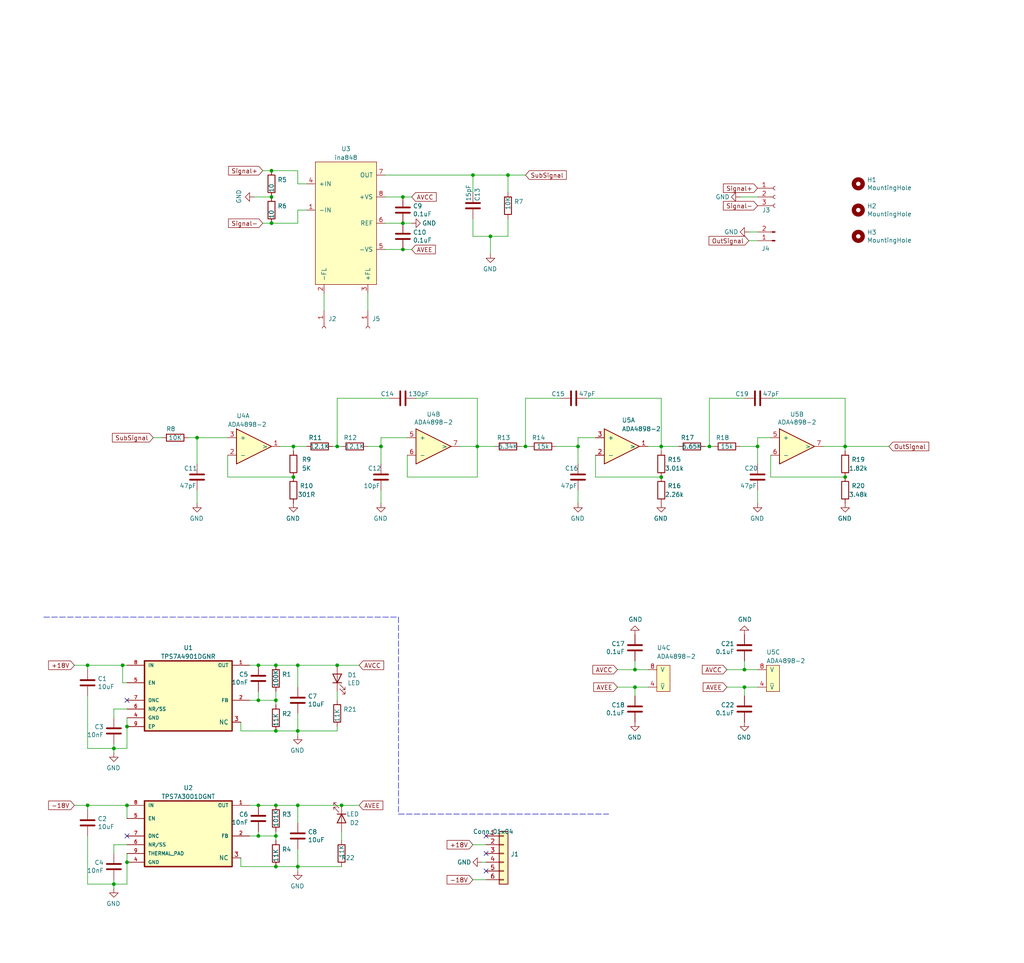
<source format=kicad_sch>
(kicad_sch (version 20211123) (generator eeschema)
  (paper "User" 297.002 279.4)
  (lib_symbols
    (symbol "ADA:ADA4898-2" (pin_names (offset 1.016))
      (property "Reference" "U" (at 0 11.43 0))
      (property "Value" "ADA4898-2" (at 0 11.43 0))
      (symbol "ADA4898-2_1_1"
        (polyline (pts (xy -5.08 5.08) (xy 5.08 0) (xy -5.08 -5.08) (xy -5.08 5.08)) (stroke (width 0.254)) (fill (type background)))
        (pin output line (at 7.62 0 180) (length 2.54) (name ">") (number "1"))
        (pin input line (at -7.62 -2.54 0) (length 2.54) (name "-") (number "2"))
        (pin input line (at -7.62 2.54 0) (length 2.54) (name "+") (number "3"))
      )
      (symbol "ADA4898-2_2_1"
        (polyline (pts (xy -5.08 5.08) (xy 5.08 0) (xy -5.08 -5.08) (xy -5.08 5.08)) (stroke (width 0.254)) (fill (type background)))
        (pin input line (at -7.62 2.54 0) (length 2.54) (name "+") (number "5"))
        (pin input line (at -7.62 -2.54 0) (length 2.54) (name "-") (number "6"))
        (pin output line (at 7.62 0 180) (length 2.54) (name ">") (number "7"))
      )
      (symbol "ADA4898-2_3_1"
        (rectangle (start 0 3.81) (end 3.81 -3.81) (fill (type background)))
        (pin input line (at -2.54 -2.54 0) (length 2.54) (name "~{V}") (number "4"))
        (pin input line (at -2.54 2.54 0) (length 2.54) (name "V") (number "8"))
      )
    )
    (symbol "Connector:Conn_01x01_Female" (pin_names (offset 1.016) hide)
      (property "Reference" "J" (at 0 2.54 0))
      (property "Value" "Conn_01x01_Female" (at 0 -2.54 0))
      (symbol "Conn_01x01_Female_1_1"
        (polyline (pts (xy -1.27 0) (xy -0.508 0)) (stroke (width 0.1524)))
        (arc (start 0 0.508) (mid -0.508 0) (end 0 -0.508) (stroke (width 0.1524)))
        (pin passive line (at -5.08 0 0) (length 3.81) (name "Pin_1") (number "1"))
      )
    )
    (symbol "Connector:Conn_01x02_Male" (pin_names (offset 1.016) hide)
      (property "Reference" "J" (at 0 2.54 0))
      (property "Value" "Conn_01x02_Male" (at 0 -5.08 0))
      (symbol "Conn_01x02_Male_1_1"
        (polyline (pts (xy 1.27 -2.54) (xy 0.8636 -2.54)) (stroke (width 0.1524)))
        (polyline (pts (xy 1.27 0) (xy 0.8636 0)) (stroke (width 0.1524)))
        (rectangle (start 0.8636 -2.413) (end 0 -2.667) (stroke (width 0.1524)) (fill (type outline)))
        (rectangle (start 0.8636 0.127) (end 0 -0.127) (stroke (width 0.1524)) (fill (type outline)))
        (pin passive line (at 5.08 0 180) (length 3.81) (name "Pin_1") (number "1"))
        (pin passive line (at 5.08 -2.54 180) (length 3.81) (name "Pin_2") (number "2"))
      )
    )
    (symbol "Connector:Conn_01x03_Female" (pin_names (offset 1.016) hide)
      (property "Reference" "J" (at 0 5.08 0))
      (property "Value" "Conn_01x03_Female" (at 0 -5.08 0))
      (symbol "Conn_01x03_Female_1_1"
        (arc (start 0 -2.032) (mid -0.508 -2.54) (end 0 -3.048) (stroke (width 0.1524)))
        (polyline (pts (xy -1.27 -2.54) (xy -0.508 -2.54)) (stroke (width 0.1524)))
        (polyline (pts (xy -1.27 0) (xy -0.508 0)) (stroke (width 0.1524)))
        (polyline (pts (xy -1.27 2.54) (xy -0.508 2.54)) (stroke (width 0.1524)))
        (arc (start 0 0.508) (mid -0.508 0) (end 0 -0.508) (stroke (width 0.1524)))
        (arc (start 0 3.048) (mid -0.508 2.54) (end 0 2.032) (stroke (width 0.1524)))
        (pin passive line (at -5.08 2.54 0) (length 3.81) (name "Pin_1") (number "1"))
        (pin passive line (at -5.08 0 0) (length 3.81) (name "Pin_2") (number "2"))
        (pin passive line (at -5.08 -2.54 0) (length 3.81) (name "Pin_3") (number "3"))
      )
    )
    (symbol "Connector_Generic:Conn_01x06" (pin_names (offset 1.016) hide)
      (property "Reference" "J" (at 0 7.62 0))
      (property "Value" "Conn_01x06" (at 0 -10.16 0))
      (symbol "Conn_01x06_1_1"
        (rectangle (start -1.27 -7.493) (end 0 -7.747) (stroke (width 0.1524)))
        (rectangle (start -1.27 -4.953) (end 0 -5.207) (stroke (width 0.1524)))
        (rectangle (start -1.27 -2.413) (end 0 -2.667) (stroke (width 0.1524)))
        (rectangle (start -1.27 0.127) (end 0 -0.127) (stroke (width 0.1524)))
        (rectangle (start -1.27 2.667) (end 0 2.413) (stroke (width 0.1524)))
        (rectangle (start -1.27 5.207) (end 0 4.953) (stroke (width 0.1524)))
        (rectangle (start -1.27 6.35) (end 1.27 -8.89) (stroke (width 0.254)) (fill (type background)))
        (pin passive line (at -5.08 5.08 0) (length 3.81) (name "Pin_1") (number "1"))
        (pin passive line (at -5.08 2.54 0) (length 3.81) (name "Pin_2") (number "2"))
        (pin passive line (at -5.08 0 0) (length 3.81) (name "Pin_3") (number "3"))
        (pin passive line (at -5.08 -2.54 0) (length 3.81) (name "Pin_4") (number "4"))
        (pin passive line (at -5.08 -5.08 0) (length 3.81) (name "Pin_5") (number "5"))
        (pin passive line (at -5.08 -7.62 0) (length 3.81) (name "Pin_6") (number "6"))
      )
    )
    (symbol "Device:C" (pin_numbers hide) (pin_names (offset 0.254))
      (property "Reference" "C" (at 0.635 2.54 0))
      (property "Value" "C" (at 0.635 -2.54 0))
      (symbol "C_0_1"
        (polyline (pts (xy -2.032 -0.762) (xy 2.032 -0.762)) (stroke (width 0.508)))
        (polyline (pts (xy -2.032 0.762) (xy 2.032 0.762)) (stroke (width 0.508)))
      )
      (symbol "C_1_1"
        (pin passive line (at 0 3.81 270) (length 2.794) (name "~") (number "1"))
        (pin passive line (at 0 -3.81 90) (length 2.794) (name "~") (number "2"))
      )
    )
    (symbol "Device:LED" (pin_numbers hide) (pin_names (offset 1.016) hide)
      (property "Reference" "D" (at 0 2.54 0))
      (property "Value" "LED" (at 0 -2.54 0))
      (symbol "LED_0_1"
        (polyline (pts (xy -1.27 -1.27) (xy -1.27 1.27)) (stroke (width 0.254)))
        (polyline (pts (xy -1.27 0) (xy 1.27 0)))
        (polyline (pts (xy 1.27 -1.27) (xy 1.27 1.27) (xy -1.27 0) (xy 1.27 -1.27)) (stroke (width 0.254)))
        (polyline (pts (xy -3.048 -0.762) (xy -4.572 -2.286) (xy -3.81 -2.286) (xy -4.572 -2.286) (xy -4.572 -1.524)))
        (polyline (pts (xy -1.778 -0.762) (xy -3.302 -2.286) (xy -2.54 -2.286) (xy -3.302 -2.286) (xy -3.302 -1.524)))
      )
      (symbol "LED_1_1"
        (pin passive line (at -3.81 0 0) (length 2.54) (name "K") (number "1"))
        (pin passive line (at 3.81 0 180) (length 2.54) (name "A") (number "2"))
      )
    )
    (symbol "Device:R" (pin_numbers hide) (pin_names (offset 0))
      (property "Reference" "R" (at 2.032 0 90))
      (property "Value" "R" (at 0 0 90))
      (symbol "R_0_1"
        (rectangle (start -1.016 -2.54) (end 1.016 2.54) (stroke (width 0.254)))
      )
      (symbol "R_1_1"
        (pin passive line (at 0 3.81 270) (length 1.27) (name "~") (number "1"))
        (pin passive line (at 0 -3.81 90) (length 1.27) (name "~") (number "2"))
      )
    )
    (symbol "INA:ina848" (pin_names (offset 1.016))
      (property "Reference" "U" (at 0 19.05 0))
      (property "Value" "ina848" (at 0 19.05 0))
      (symbol "ina848_0_1"
        (rectangle (start -8.89 17.78) (end 8.89 -17.78) (fill (type background)))
      )
      (symbol "ina848_1_1"
        (pin input line (at -11.43 3.81 0) (length 2.54) (name "-IN") (number "1"))
        (pin input line (at -6.35 -20.32 90) (length 2.54) (name "-FL") (number "2"))
        (pin input line (at 6.35 -20.32 90) (length 2.54) (name "+FL") (number "3"))
        (pin input line (at -11.43 11.43 0) (length 2.54) (name "+IN") (number "4"))
        (pin input line (at 11.43 -7.62 180) (length 2.54) (name "-VS") (number "5"))
        (pin input line (at 11.43 0 180) (length 2.54) (name "REF") (number "6"))
        (pin input line (at 11.43 13.97 180) (length 2.54) (name "OUT") (number "7"))
        (pin input line (at 11.43 7.62 180) (length 2.54) (name "+VS") (number "8"))
      )
    )
    (symbol "Mechanical:MountingHole" (pin_names (offset 1.016))
      (property "Reference" "H" (at 0 5.08 0))
      (property "Value" "MountingHole" (at 0 3.175 0))
      (symbol "MountingHole_0_1"
        (circle (center 0 0) (radius 1.27) (stroke (width 1.27)))
      )
    )
    (symbol "TPS7A3001DGNT:TPS7A3001DGNT" (pin_names (offset 1.016))
      (property "Reference" "U" (at -12.7 11.1506 0))
      (property "Value" "TPS7A3001DGNT" (at -12.7 -16.6878 0))
      (symbol "TPS7A3001DGNT_0_0"
        (rectangle (start -12.7 -8.89) (end 12.7 10.16) (stroke (width 0.4064)) (fill (type background)))
        (pin output line (at 17.78 8.89 180) (length 5.08) (name "OUT") (number "1"))
        (pin input line (at 17.78 0 180) (length 5.08) (name "FB") (number "2"))
        (pin power_in line (at -17.78 -7.62 0) (length 5.08) (name "GND") (number "4"))
        (pin input line (at -17.78 5.08 0) (length 5.08) (name "EN") (number "5"))
        (pin output line (at -17.78 -2.54 0) (length 5.08) (name "NR/SS") (number "6"))
        (pin bidirectional line (at -17.78 0 0) (length 5.08) (name "DNC") (number "7"))
        (pin input line (at -17.78 8.89 0) (length 5.08) (name "IN") (number "8"))
        (pin bidirectional line (at -17.78 -5.08 0) (length 5.08) (name "THERMAL_PAD") (number "9"))
      )
      (symbol "TPS7A3001DGNT_1_1"
        (pin input line (at 15.24 -6.35 180) (length 2.54) (name "NC") (number "3"))
      )
    )
    (symbol "TPS7A4901DGNR:TPS7A4901DGNR" (pin_names (offset 1.016))
      (property "Reference" "U" (at -12.7 12.4206 0))
      (property "Value" "TPS7A4901DGNR" (at -8.89 12.7 0))
      (symbol "TPS7A4901DGNR_0_0"
        (rectangle (start -12.7 -8.89) (end 12.7 11.43) (stroke (width 0.4064)) (fill (type background)))
        (pin output line (at 17.78 10.16 180) (length 5.08) (name "OUT") (number "1"))
        (pin input line (at 17.78 0 180) (length 5.08) (name "FB") (number "2"))
        (pin power_in line (at -17.78 -5.08 0) (length 5.08) (name "GND") (number "4"))
        (pin input line (at -17.78 5.08 0) (length 5.08) (name "EN") (number "5"))
        (pin input line (at -17.78 -2.54 0) (length 5.08) (name "NR/SS") (number "6"))
        (pin bidirectional line (at -17.78 0 0) (length 5.08) (name "DNC") (number "7"))
        (pin input line (at -17.78 10.16 0) (length 5.08) (name "IN") (number "8"))
        (pin bidirectional line (at -17.78 -7.62 0) (length 5.08) (name "EP") (number "9"))
      )
      (symbol "TPS7A4901DGNR_1_1"
        (pin input line (at 15.24 -6.35 180) (length 2.54) (name "NC") (number "3"))
      )
    )
    (symbol "power:GND" (power) (pin_names (offset 0))
      (property "Value" "GND" (at 0 -3.81 0))
      (symbol "GND_0_1"
        (polyline (pts (xy 0 0) (xy 0 -1.27) (xy 1.27 -1.27) (xy 0 -2.54) (xy -1.27 -1.27) (xy 0 -1.27)))
      )
      (symbol "GND_1_1"
        (pin power_in line (at 0 0 270) (length 0) hide (name "GND") (number "1"))
      )
    )
  )
  (junction (at 137.16 50.8))
  (junction (at 215.9 194.31))
  (junction (at 99.06 233.68))
  (junction (at 80.01 203.2))
  (junction (at 74.93 193.04))
  (junction (at 74.93 242.57))
  (junction (at 245.11 129.54))
  (junction (at 116.84 72.39))
  (junction (at 33.02 217.17))
  (junction (at 86.36 233.68))
  (junction (at 191.77 129.54))
  (junction (at 85.09 129.54))
  (junction (at 245.11 138.43))
  (junction (at 78.74 49.53))
  (junction (at 74.93 203.2))
  (junction (at 110.49 129.54))
  (junction (at 97.79 129.54))
  (junction (at 184.15 199.39))
  (junction (at 167.64 129.54))
  (junction (at 80.01 251.46))
  (junction (at 86.36 212.09))
  (junction (at 36.83 210.82))
  (junction (at 219.71 129.54))
  (junction (at 35.56 193.04))
  (junction (at 57.15 127))
  (junction (at 86.36 251.46))
  (junction (at 36.83 233.68))
  (junction (at 97.79 193.04))
  (junction (at 80.01 212.09))
  (junction (at 86.36 193.04))
  (junction (at 191.77 138.43))
  (junction (at 36.83 250.19))
  (junction (at 80.01 193.04))
  (junction (at 78.74 64.77))
  (junction (at 142.24 68.58))
  (junction (at 25.4 233.68))
  (junction (at 152.4 129.54))
  (junction (at 25.4 193.04))
  (junction (at 85.09 138.43))
  (junction (at 184.15 194.31))
  (junction (at 205.74 129.54))
  (junction (at 78.74 57.15))
  (junction (at 80.01 242.57))
  (junction (at 147.32 50.8))
  (junction (at 74.93 233.68))
  (junction (at 215.9 199.39))
  (junction (at 116.84 57.15))
  (junction (at 80.01 233.68))
  (junction (at 33.02 256.54))
  (junction (at 138.43 129.54))
  (junction (at 116.84 64.77))
  (no_connect (at 36.83 242.57))
  (no_connect (at 140.97 252.73))
  (no_connect (at 36.83 203.2))
  (no_connect (at 140.97 242.57))
  (no_connect (at 140.97 247.65))
  (wire (pts (xy 86.36 246.38) (xy 86.36 251.46)))
  (wire (pts (xy 110.49 127) (xy 118.11 127)))
  (wire (pts (xy 33.02 217.17) (xy 33.02 218.44)))
  (wire (pts (xy 72.39 193.04) (xy 74.93 193.04)))
  (wire (pts (xy 111.76 72.39) (xy 116.84 72.39)))
  (wire (pts (xy 57.15 142.24) (xy 57.15 146.05)))
  (wire (pts (xy 69.85 248.92) (xy 69.85 251.46)))
  (wire (pts (xy 187.96 194.31) (xy 184.15 194.31)))
  (wire (pts (xy 99.06 243.84) (xy 99.06 241.3)))
  (wire (pts (xy 80.01 241.3) (xy 80.01 242.57)))
  (wire (pts (xy 36.83 233.68) (xy 36.83 237.49)))
  (wire (pts (xy 85.09 129.54) (xy 85.09 130.81)))
  (wire (pts (xy 219.71 69.85) (xy 217.17 69.85)))
  (wire (pts (xy 191.77 129.54) (xy 187.96 129.54)))
  (wire (pts (xy 74.93 233.68) (xy 80.01 233.68)))
  (wire (pts (xy 57.15 127) (xy 66.04 127)))
  (wire (pts (xy 142.24 68.58) (xy 142.24 73.66)))
  (wire (pts (xy 69.85 209.55) (xy 69.85 212.09)))
  (wire (pts (xy 147.32 50.8) (xy 152.4 50.8)))
  (wire (pts (xy 86.36 251.46) (xy 80.01 251.46)))
  (wire (pts (xy 80.01 212.09) (xy 86.36 212.09)))
  (wire (pts (xy 78.74 64.77) (xy 86.36 64.77)))
  (wire (pts (xy 142.24 68.58) (xy 147.32 68.58)))
  (wire (pts (xy 161.29 129.54) (xy 167.64 129.54)))
  (polyline (pts (xy 115.57 236.22) (xy 176.53 236.22)))
  (wire (pts (xy 25.4 217.17) (xy 33.02 217.17)))
  (wire (pts (xy 110.49 129.54) (xy 110.49 127)))
  (wire (pts (xy 36.83 233.68) (xy 25.4 233.68)))
  (wire (pts (xy 140.97 250.19) (xy 139.7 250.19)))
  (wire (pts (xy 167.64 134.62) (xy 167.64 129.54)))
  (wire (pts (xy 33.02 256.54) (xy 33.02 257.81)))
  (wire (pts (xy 74.93 242.57) (xy 74.93 241.3)))
  (wire (pts (xy 172.72 132.08) (xy 172.72 138.43)))
  (wire (pts (xy 167.64 127) (xy 172.72 127)))
  (wire (pts (xy 97.79 193.04) (xy 104.14 193.04)))
  (wire (pts (xy 86.36 53.34) (xy 88.9 53.34)))
  (wire (pts (xy 140.97 245.11) (xy 137.16 245.11)))
  (wire (pts (xy 138.43 129.54) (xy 143.51 129.54)))
  (wire (pts (xy 36.83 247.65) (xy 36.83 250.19)))
  (wire (pts (xy 215.9 115.57) (xy 205.74 115.57)))
  (wire (pts (xy 219.71 134.62) (xy 219.71 129.54)))
  (wire (pts (xy 245.11 129.54) (xy 238.76 129.54)))
  (wire (pts (xy 33.02 205.74) (xy 33.02 208.28)))
  (wire (pts (xy 81.28 129.54) (xy 85.09 129.54)))
  (wire (pts (xy 97.79 210.82) (xy 97.79 212.09)))
  (wire (pts (xy 219.71 199.39) (xy 215.9 199.39)))
  (wire (pts (xy 116.84 57.15) (xy 119.38 57.15)))
  (wire (pts (xy 36.83 205.74) (xy 33.02 205.74)))
  (wire (pts (xy 69.85 212.09) (xy 80.01 212.09)))
  (wire (pts (xy 74.93 203.2) (xy 80.01 203.2)))
  (wire (pts (xy 33.02 245.11) (xy 33.02 247.65)))
  (wire (pts (xy 219.71 194.31) (xy 215.9 194.31)))
  (wire (pts (xy 76.2 64.77) (xy 78.74 64.77)))
  (wire (pts (xy 74.93 242.57) (xy 80.01 242.57)))
  (wire (pts (xy 57.15 127) (xy 57.15 134.62)))
  (wire (pts (xy 86.36 212.09) (xy 86.36 213.36)))
  (wire (pts (xy 36.83 256.54) (xy 33.02 256.54)))
  (wire (pts (xy 97.79 212.09) (xy 86.36 212.09)))
  (polyline (pts (xy 12.7 179.07) (xy 115.57 179.07)))
  (wire (pts (xy 137.16 55.88) (xy 137.16 50.8)))
  (wire (pts (xy 86.36 233.68) (xy 99.06 233.68)))
  (wire (pts (xy 97.79 115.57) (xy 97.79 129.54)))
  (wire (pts (xy 111.76 57.15) (xy 116.84 57.15)))
  (wire (pts (xy 245.11 129.54) (xy 257.81 129.54)))
  (wire (pts (xy 106.68 129.54) (xy 110.49 129.54)))
  (wire (pts (xy 72.39 233.68) (xy 74.93 233.68)))
  (polyline (pts (xy 115.57 179.07) (xy 115.57 236.22)))
  (wire (pts (xy 25.4 242.57) (xy 25.4 256.54)))
  (wire (pts (xy 204.47 129.54) (xy 205.74 129.54)))
  (wire (pts (xy 245.11 115.57) (xy 245.11 129.54)))
  (wire (pts (xy 78.74 57.15) (xy 73.66 57.15)))
  (wire (pts (xy 116.84 72.39) (xy 119.38 72.39)))
  (wire (pts (xy 66.04 138.43) (xy 85.09 138.43)))
  (wire (pts (xy 116.84 64.77) (xy 119.38 64.77)))
  (wire (pts (xy 36.83 245.11) (xy 33.02 245.11)))
  (wire (pts (xy 219.71 129.54) (xy 219.71 127)))
  (wire (pts (xy 167.64 129.54) (xy 167.64 127)))
  (wire (pts (xy 219.71 142.24) (xy 219.71 146.05)))
  (wire (pts (xy 96.52 129.54) (xy 97.79 129.54)))
  (wire (pts (xy 74.93 203.2) (xy 72.39 203.2)))
  (wire (pts (xy 187.96 199.39) (xy 184.15 199.39)))
  (wire (pts (xy 191.77 129.54) (xy 191.77 130.81)))
  (wire (pts (xy 172.72 138.43) (xy 191.77 138.43)))
  (wire (pts (xy 86.36 64.77) (xy 86.36 60.96)))
  (wire (pts (xy 25.4 234.95) (xy 25.4 233.68)))
  (wire (pts (xy 25.4 256.54) (xy 33.02 256.54)))
  (wire (pts (xy 111.76 64.77) (xy 116.84 64.77)))
  (wire (pts (xy 140.97 255.27) (xy 137.16 255.27)))
  (wire (pts (xy 74.93 200.66) (xy 74.93 203.2)))
  (wire (pts (xy 223.52 115.57) (xy 245.11 115.57)))
  (wire (pts (xy 33.02 215.9) (xy 33.02 217.17)))
  (wire (pts (xy 80.01 193.04) (xy 86.36 193.04)))
  (wire (pts (xy 215.9 194.31) (xy 210.82 194.31)))
  (wire (pts (xy 111.76 50.8) (xy 137.16 50.8)))
  (wire (pts (xy 191.77 129.54) (xy 196.85 129.54)))
  (wire (pts (xy 36.83 217.17) (xy 33.02 217.17)))
  (wire (pts (xy 35.56 193.04) (xy 25.4 193.04)))
  (wire (pts (xy 184.15 191.77) (xy 184.15 194.31)))
  (wire (pts (xy 36.83 193.04) (xy 35.56 193.04)))
  (wire (pts (xy 152.4 115.57) (xy 152.4 129.54)))
  (wire (pts (xy 151.13 129.54) (xy 152.4 129.54)))
  (wire (pts (xy 167.64 142.24) (xy 167.64 146.05)))
  (wire (pts (xy 223.52 138.43) (xy 245.11 138.43)))
  (wire (pts (xy 80.01 242.57) (xy 80.01 243.84)))
  (wire (pts (xy 223.52 138.43) (xy 223.52 132.08)))
  (wire (pts (xy 191.77 115.57) (xy 191.77 129.54)))
  (wire (pts (xy 152.4 129.54) (xy 153.67 129.54)))
  (wire (pts (xy 215.9 199.39) (xy 210.82 199.39)))
  (wire (pts (xy 142.24 68.58) (xy 137.16 68.58)))
  (wire (pts (xy 118.11 132.08) (xy 118.11 138.43)))
  (wire (pts (xy 215.9 199.39) (xy 215.9 201.93)))
  (wire (pts (xy 35.56 198.12) (xy 35.56 193.04)))
  (wire (pts (xy 33.02 255.27) (xy 33.02 256.54)))
  (wire (pts (xy 113.03 115.57) (xy 97.79 115.57)))
  (wire (pts (xy 86.36 251.46) (xy 86.36 252.73)))
  (wire (pts (xy 85.09 129.54) (xy 88.9 129.54)))
  (wire (pts (xy 80.01 233.68) (xy 86.36 233.68)))
  (wire (pts (xy 86.36 60.96) (xy 88.9 60.96)))
  (wire (pts (xy 36.83 198.12) (xy 35.56 198.12)))
  (wire (pts (xy 86.36 193.04) (xy 97.79 193.04)))
  (wire (pts (xy 118.11 138.43) (xy 138.43 138.43)))
  (wire (pts (xy 245.11 130.81) (xy 245.11 129.54)))
  (wire (pts (xy 36.83 210.82) (xy 36.83 217.17)))
  (wire (pts (xy 86.36 238.76) (xy 86.36 233.68)))
  (wire (pts (xy 69.85 251.46) (xy 80.01 251.46)))
  (wire (pts (xy 219.71 57.15) (xy 214.63 57.15)))
  (wire (pts (xy 80.01 200.66) (xy 80.01 203.2)))
  (wire (pts (xy 138.43 138.43) (xy 138.43 129.54)))
  (wire (pts (xy 162.56 115.57) (xy 152.4 115.57)))
  (wire (pts (xy 72.39 242.57) (xy 74.93 242.57)))
  (wire (pts (xy 110.49 134.62) (xy 110.49 129.54)))
  (wire (pts (xy 215.9 191.77) (xy 215.9 194.31)))
  (wire (pts (xy 147.32 55.88) (xy 147.32 50.8)))
  (wire (pts (xy 137.16 68.58) (xy 137.16 63.5)))
  (wire (pts (xy 219.71 127) (xy 223.52 127)))
  (wire (pts (xy 205.74 115.57) (xy 205.74 129.54)))
  (wire (pts (xy 86.36 199.39) (xy 86.36 193.04)))
  (wire (pts (xy 25.4 201.93) (xy 25.4 217.17)))
  (wire (pts (xy 66.04 132.08) (xy 66.04 138.43)))
  (wire (pts (xy 179.07 199.39) (xy 184.15 199.39)))
  (wire (pts (xy 214.63 129.54) (xy 219.71 129.54)))
  (wire (pts (xy 54.61 127) (xy 57.15 127)))
  (wire (pts (xy 205.74 129.54) (xy 207.01 129.54)))
  (wire (pts (xy 110.49 142.24) (xy 110.49 146.05)))
  (wire (pts (xy 120.65 115.57) (xy 138.43 115.57)))
  (wire (pts (xy 86.36 212.09) (xy 86.36 207.01)))
  (wire (pts (xy 78.74 49.53) (xy 86.36 49.53)))
  (wire (pts (xy 99.06 233.68) (xy 104.14 233.68)))
  (wire (pts (xy 86.36 251.46) (xy 99.06 251.46)))
  (wire (pts (xy 36.83 250.19) (xy 36.83 256.54)))
  (wire (pts (xy 25.4 233.68) (xy 21.59 233.68)))
  (wire (pts (xy 74.93 193.04) (xy 80.01 193.04)))
  (wire (pts (xy 25.4 193.04) (xy 21.59 193.04)))
  (wire (pts (xy 25.4 194.31) (xy 25.4 193.04)))
  (wire (pts (xy 36.83 208.28) (xy 36.83 210.82)))
  (wire (pts (xy 76.2 49.53) (xy 78.74 49.53)))
  (wire (pts (xy 170.18 115.57) (xy 191.77 115.57)))
  (wire (pts (xy 80.01 203.2) (xy 80.01 204.47)))
  (wire (pts (xy 86.36 49.53) (xy 86.36 53.34)))
  (wire (pts (xy 219.71 67.31) (xy 217.17 67.31)))
  (wire (pts (xy 46.99 127) (xy 44.45 127)))
  (wire (pts (xy 137.16 50.8) (xy 147.32 50.8)))
  (wire (pts (xy 184.15 199.39) (xy 184.15 201.93)))
  (wire (pts (xy 179.07 194.31) (xy 184.15 194.31)))
  (wire (pts (xy 97.79 129.54) (xy 99.06 129.54)))
  (wire (pts (xy 106.68 85.09) (xy 106.68 90.17)))
  (wire (pts (xy 93.98 85.09) (xy 93.98 90.17)))
  (wire (pts (xy 147.32 68.58) (xy 147.32 63.5)))
  (wire (pts (xy 97.79 200.66) (xy 97.79 203.2)))
  (wire (pts (xy 138.43 115.57) (xy 138.43 129.54)))
  (wire (pts (xy 138.43 129.54) (xy 133.35 129.54)))
  (global_label "OutSignal" (shape input) (at 217.17 69.85 180) (property "Intersheet References" "${INTERSHEET_REFS}" (effects hide)))
  (global_label "AVEE" (shape input) (at 179.07 199.39 180) (property "Intersheet References" "${INTERSHEET_REFS}" (effects hide)))
  (global_label "AVEE" (shape input) (at 119.38 72.39 0) (property "Intersheet References" "${INTERSHEET_REFS}" (effects hide)))
  (global_label "SubSignal" (shape input) (at 152.4 50.8 0) (property "Intersheet References" "${INTERSHEET_REFS}" (effects hide)))
  (global_label "+18V" (shape input) (at 137.16 245.11 180) (property "Intersheet References" "${INTERSHEET_REFS}" (effects hide)))
  (global_label "Signal-" (shape input) (at 219.71 59.69 180) (property "Intersheet References" "${INTERSHEET_REFS}" (effects hide)))
  (global_label "AVCC" (shape input) (at 210.82 194.31 180) (property "Intersheet References" "${INTERSHEET_REFS}" (effects hide)))
  (global_label "AVCC" (shape input) (at 119.38 57.15 0) (property "Intersheet References" "${INTERSHEET_REFS}" (effects hide)))
  (global_label "Signal-" (shape input) (at 76.2 64.77 180) (property "Intersheet References" "${INTERSHEET_REFS}" (effects hide)))
  (global_label "+18V" (shape input) (at 21.59 193.04 180) (property "Intersheet References" "${INTERSHEET_REFS}" (effects hide)))
  (global_label "AVCC" (shape input) (at 104.14 193.04 0) (property "Intersheet References" "${INTERSHEET_REFS}" (effects hide)))
  (global_label "AVEE" (shape input) (at 210.82 199.39 180) (property "Intersheet References" "${INTERSHEET_REFS}" (effects hide)))
  (global_label "OutSignal" (shape input) (at 257.81 129.54 0) (property "Intersheet References" "${INTERSHEET_REFS}" (effects hide)))
  (global_label "-18V" (shape input) (at 21.59 233.68 180) (property "Intersheet References" "${INTERSHEET_REFS}" (effects hide)))
  (global_label "AVCC" (shape input) (at 179.07 194.31 180) (property "Intersheet References" "${INTERSHEET_REFS}" (effects hide)))
  (global_label "AVEE" (shape input) (at 104.14 233.68 0) (property "Intersheet References" "${INTERSHEET_REFS}" (effects hide)))
  (global_label "Signal+" (shape input) (at 219.71 54.61 180) (property "Intersheet References" "${INTERSHEET_REFS}" (effects hide)))
  (global_label "Signal+" (shape input) (at 76.2 49.53 180) (property "Intersheet References" "${INTERSHEET_REFS}" (effects hide)))
  (global_label "-18V" (shape input) (at 137.16 255.27 180) (property "Intersheet References" "${INTERSHEET_REFS}" (effects hide)))
  (global_label "SubSignal" (shape input) (at 44.45 127 180) (property "Intersheet References" "${INTERSHEET_REFS}" (effects hide)))
  (symbol (lib_id "TPS7A3001DGNT:TPS7A3001DGNT") (at 54.61 242.57 0) (unit 1)
    (property "Reference" "U2" (at 54.61 228.6 0))
    (property "Value" "TPS7A3001DGNT" (at 54.61 231.14 0))
    (property "Footprint" "lib:SOP65P490X110-9N" (effects hide))
  )
  (symbol (lib_id "TPS7A4901DGNR:TPS7A4901DGNR") (at 54.61 203.2 0) (unit 1)
    (property "Reference" "U1" (at 54.61 187.96 0))
    (property "Value" "TPS7A4901DGNR" (at 54.61 190.5 0))
    (property "Footprint" "lib:SOP65P490X110-9N" (effects hide))
  )
  (symbol (lib_id "power:GND") (at 33.02 218.44 0) (mirror y) (unit 1)
    (property "Reference" "#PWR01" (effects hide))
    (property "Value" "GND" (at 32.893 222.8342 0))
  )
  (symbol (lib_id "Device:C") (at 33.02 212.09 0) (mirror y) (unit 1)
    (property "Reference" "C3" (at 30.099 210.9216 0) (effects (justify left)))
    (property "Value" "10nF" (at 30.099 213.233 0) (effects (justify left)))
    (property "Footprint" "Capacitor_SMD:C_0402_1005Metric" (effects hide))
  )
  (symbol (lib_id "power:GND") (at 33.02 257.81 0) (mirror y) (unit 1)
    (property "Reference" "#PWR02" (effects hide))
    (property "Value" "GND" (at 32.893 262.2042 0))
  )
  (symbol (lib_id "Device:C") (at 33.02 251.46 0) (mirror y) (unit 1)
    (property "Reference" "C4" (at 30.099 250.2916 0) (effects (justify left)))
    (property "Value" "10nF" (at 30.099 252.603 0) (effects (justify left)))
    (property "Footprint" "Capacitor_SMD:C_0402_1005Metric" (effects hide))
  )
  (symbol (lib_id "INA:ina848") (at 100.33 64.77 0) (unit 1)
    (property "Reference" "U3" (at 100.33 43.18 0))
    (property "Value" "ina848" (at 100.33 45.72 0))
    (property "Footprint" "Package_SO:SOIC-8_3.9x4.9mm_P1.27mm" (effects hide))
  )
  (symbol (lib_id "Device:C") (at 74.93 237.49 0) (mirror y) (unit 1)
    (property "Reference" "C6" (at 72.009 236.3216 0) (effects (justify left)))
    (property "Value" "10nF" (at 72.009 238.633 0) (effects (justify left)))
    (property "Footprint" "Capacitor_SMD:C_0402_1005Metric" (effects hide))
  )
  (symbol (lib_id "Device:C") (at 74.93 196.85 0) (mirror y) (unit 1)
    (property "Reference" "C5" (at 72.009 195.6816 0) (effects (justify left)))
    (property "Value" "10nF" (at 72.009 197.993 0) (effects (justify left)))
    (property "Footprint" "Capacitor_SMD:C_0402_1005Metric" (effects hide))
  )
  (symbol (lib_id "Device:R") (at 80.01 196.85 0) (unit 1)
    (property "Reference" "R1" (at 81.788 195.6816 0) (effects (justify left)))
    (property "Value" "100K" (at 80.01 199.39 90) (effects (justify left)))
    (property "Footprint" "Resistor_SMD:R_0402_1005Metric" (effects hide))
  )
  (symbol (lib_id "Device:R") (at 80.01 208.28 0) (unit 1)
    (property "Reference" "R2" (at 81.788 207.1116 0) (effects (justify left)))
    (property "Value" "11K" (at 80.01 210.82 90) (effects (justify left)))
    (property "Footprint" "Resistor_SMD:R_0402_1005Metric" (effects hide))
  )
  (symbol (lib_id "Device:R") (at 80.01 237.49 0) (unit 1)
    (property "Reference" "R3" (at 81.788 236.3216 0) (effects (justify left)))
    (property "Value" "101K" (at 80.01 240.03 90) (effects (justify left)))
    (property "Footprint" "Resistor_SMD:R_0402_1005Metric" (effects hide))
  )
  (symbol (lib_id "Device:R") (at 80.01 247.65 0) (unit 1)
    (property "Reference" "R4" (at 81.788 246.4816 0) (effects (justify left)))
    (property "Value" "11K" (at 80.01 250.19 90) (effects (justify left)))
    (property "Footprint" "Resistor_SMD:R_0402_1005Metric" (effects hide))
  )
  (symbol (lib_id "Device:C") (at 86.36 242.57 0) (unit 1)
    (property "Reference" "C8" (at 89.281 241.4016 0) (effects (justify left)))
    (property "Value" "10uF" (at 89.281 243.713 0) (effects (justify left)))
    (property "Footprint" "Capacitor_SMD:C_0603_1608Metric" (effects hide))
  )
  (symbol (lib_id "Device:C") (at 86.36 203.2 0) (unit 1)
    (property "Reference" "C7" (at 89.281 202.0316 0) (effects (justify left)))
    (property "Value" "10uF" (at 89.281 204.343 0) (effects (justify left)))
    (property "Footprint" "Capacitor_SMD:C_0603_1608Metric" (effects hide))
  )
  (symbol (lib_id "power:GND") (at 86.36 213.36 0) (mirror y) (unit 1)
    (property "Reference" "#PWR03" (effects hide))
    (property "Value" "GND" (at 86.233 217.7542 0))
  )
  (symbol (lib_id "power:GND") (at 86.36 252.73 0) (mirror y) (unit 1)
    (property "Reference" "#PWR04" (effects hide))
    (property "Value" "GND" (at 86.233 257.1242 0))
  )
  (symbol (lib_id "Device:R") (at 78.74 53.34 0) (unit 1)
    (property "Reference" "R5" (at 80.518 52.1716 0) (effects (justify left)))
    (property "Value" "10" (at 78.74 55.88 90) (effects (justify left)))
    (property "Footprint" "Resistor_SMD:R_0402_1005Metric" (effects hide))
  )
  (symbol (lib_id "ADA:ADA4898-2") (at 125.73 129.54 0) (unit 2)
    (property "Reference" "U4" (at 125.73 120.2182 0))
    (property "Value" "ADA4898-2" (at 125.73 122.5296 0))
    (property "Footprint" "Package_SO:SOIC-8-1EP_3.9x4.9mm_P1.27mm_EP2.29x3mm" (effects hide))
  )
  (symbol (lib_id "ADA:ADA4898-2") (at 180.34 129.54 0) (unit 1)
    (property "Reference" "U5" (at 180.34 121.92 0) (effects (justify left)))
    (property "Value" "ADA4898-2" (at 180.34 124.46 0) (effects (justify left)))
    (property "Footprint" "Package_SO:SOIC-8-1EP_3.9x4.9mm_P1.27mm_EP2.29x3mm" (effects hide))
  )
  (symbol (lib_id "Device:R") (at 78.74 60.96 0) (unit 1)
    (property "Reference" "R6" (at 80.518 59.7916 0) (effects (justify left)))
    (property "Value" "10" (at 78.74 63.5 90) (effects (justify left)))
    (property "Footprint" "Resistor_SMD:R_0402_1005Metric" (effects hide))
  )
  (symbol (lib_id "Device:C") (at 25.4 238.76 0) (unit 1)
    (property "Reference" "C2" (at 28.321 237.5916 0) (effects (justify left)))
    (property "Value" "10uF" (at 28.321 239.903 0) (effects (justify left)))
    (property "Footprint" "Capacitor_SMD:C_0603_1608Metric" (effects hide))
  )
  (symbol (lib_id "Device:C") (at 25.4 198.12 0) (unit 1)
    (property "Reference" "C1" (at 28.321 196.9516 0) (effects (justify left)))
    (property "Value" "10uF" (at 28.321 199.263 0) (effects (justify left)))
    (property "Footprint" "Capacitor_SMD:C_0603_1608Metric" (effects hide))
  )
  (symbol (lib_id "ADA:ADA4898-2") (at 73.66 129.54 0) (unit 1)
    (property "Reference" "U4" (at 68.58 120.65 0) (effects (justify left)))
    (property "Value" "ADA4898-2" (at 66.04 123.19 0) (effects (justify left)))
    (property "Footprint" "Package_SO:SOIC-8-1EP_3.9x4.9mm_P1.27mm_EP2.29x3mm" (effects hide))
  )
  (symbol (lib_id "Device:C") (at 137.16 59.69 0) (unit 1)
    (property "Reference" "C13" (at 138.43 58.42 90) (effects (justify left)))
    (property "Value" "15pF" (at 135.89 58.42 90) (effects (justify left)))
    (property "Footprint" "Capacitor_SMD:C_0402_1005Metric" (effects hide))
  )
  (symbol (lib_id "Device:R") (at 50.8 127 270) (unit 1)
    (property "Reference" "R8" (at 49.53 124.46 90))
    (property "Value" "10K" (at 50.8 127 90))
    (property "Footprint" "Resistor_SMD:R_0402_1005Metric" (effects hide))
  )
  (symbol (lib_id "Device:R") (at 147.32 59.69 0) (unit 1)
    (property "Reference" "R7" (at 149.098 58.5216 0) (effects (justify left)))
    (property "Value" "10K" (at 147.32 60.96 90) (effects (justify left)))
    (property "Footprint" "Resistor_SMD:R_0402_1005Metric" (effects hide))
  )
  (symbol (lib_id "Device:C") (at 57.15 138.43 0) (unit 1)
    (property "Reference" "C11" (at 53.34 135.89 0) (effects (justify left)))
    (property "Value" "47pF" (at 52.07 140.97 0) (effects (justify left)))
    (property "Footprint" "Capacitor_SMD:C_0402_1005Metric" (effects hide))
  )
  (symbol (lib_id "power:GND") (at 142.24 73.66 0) (mirror y) (unit 1)
    (property "Reference" "#PWR08" (effects hide))
    (property "Value" "GND" (at 142.113 78.0542 0))
  )
  (symbol (lib_id "Connector_Generic:Conn_01x06") (at 146.05 247.65 0) (unit 1)
    (property "Reference" "J1" (at 148.082 247.8532 0) (effects (justify left)))
    (property "Value" "Conn_01x04" (at 137.16 241.3 0) (effects (justify left)))
    (property "Footprint" "Connector_Multicomp:Multicomp_MC9A12-1034_2x03_P2.54mm_Vertical" (effects hide))
  )
  (symbol (lib_id "power:GND") (at 57.15 146.05 0) (mirror y) (unit 1)
    (property "Reference" "#PWR0113" (effects hide))
    (property "Value" "GND" (at 57.023 150.4442 0))
  )
  (symbol (lib_id "power:GND") (at 139.7 250.19 270) (mirror x) (unit 1)
    (property "Reference" "#PWR05" (effects hide))
    (property "Value" "GND" (at 134.62 250.19 90))
  )
  (symbol (lib_id "Device:R") (at 85.09 134.62 0) (unit 1)
    (property "Reference" "R9" (at 88.9 133.35 0))
    (property "Value" "5K" (at 88.9 135.89 0))
    (property "Footprint" "Resistor_SMD:R_0402_1005Metric" (effects hide))
  )
  (symbol (lib_id "Device:R") (at 85.09 142.24 0) (unit 1)
    (property "Reference" "R10" (at 88.9 140.97 0))
    (property "Value" "301R" (at 88.9 143.51 0))
    (property "Footprint" "Resistor_SMD:R_0402_1005Metric" (effects hide))
  )
  (symbol (lib_id "power:GND") (at 85.09 146.05 0) (mirror y) (unit 1)
    (property "Reference" "#PWR0112" (effects hide))
    (property "Value" "GND" (at 84.963 150.4442 0))
  )
  (symbol (lib_id "Device:R") (at 92.71 129.54 90) (unit 1)
    (property "Reference" "R11" (at 91.44 127 90))
    (property "Value" "12.1K" (at 92.71 129.54 90))
    (property "Footprint" "Resistor_SMD:R_0402_1005Metric" (effects hide))
  )
  (symbol (lib_id "Device:R") (at 102.87 129.54 90) (unit 1)
    (property "Reference" "R12" (at 101.6 127 90))
    (property "Value" "12.1K" (at 102.87 129.54 90))
    (property "Footprint" "Resistor_SMD:R_0402_1005Metric" (effects hide))
  )
  (symbol (lib_id "Device:C") (at 110.49 138.43 0) (unit 1)
    (property "Reference" "C12" (at 106.68 135.89 0) (effects (justify left)))
    (property "Value" "10pF" (at 105.41 140.97 0) (effects (justify left)))
    (property "Footprint" "Capacitor_SMD:C_0402_1005Metric" (effects hide))
  )
  (symbol (lib_id "power:GND") (at 110.49 146.05 0) (mirror y) (unit 1)
    (property "Reference" "#PWR0111" (effects hide))
    (property "Value" "GND" (at 110.363 150.4442 0))
  )
  (symbol (lib_id "Device:C") (at 116.84 115.57 90) (unit 1)
    (property "Reference" "C14" (at 114.3 114.3 90) (effects (justify left)))
    (property "Value" "130pF" (at 124.46 114.3 90) (effects (justify left)))
    (property "Footprint" "Capacitor_SMD:C_0402_1005Metric" (effects hide))
  )
  (symbol (lib_id "ADA:ADA4898-2") (at 190.5 196.85 0) (unit 3)
    (property "Reference" "U4" (at 190.5 187.96 0) (effects (justify left)))
    (property "Value" "ADA4898-2" (at 190.5 190.5 0) (effects (justify left)))
    (property "Footprint" "Package_SO:SOIC-8-1EP_3.9x4.9mm_P1.27mm_EP2.29x3mm" (effects hide))
  )
  (symbol (lib_id "ADA:ADA4898-2") (at 231.14 129.54 0) (unit 2)
    (property "Reference" "U5" (at 231.14 120.2182 0))
    (property "Value" "ADA4898-2" (at 231.14 122.5296 0))
    (property "Footprint" "Package_SO:SOIC-8-1EP_3.9x4.9mm_P1.27mm_EP2.29x3mm" (effects hide))
  )
  (symbol (lib_id "Device:R") (at 147.32 129.54 90) (unit 1)
    (property "Reference" "R13" (at 146.05 127 90))
    (property "Value" "6.34K" (at 147.32 129.54 90))
    (property "Footprint" "Resistor_SMD:R_0402_1005Metric" (effects hide))
  )
  (symbol (lib_id "Device:R") (at 157.48 129.54 90) (unit 1)
    (property "Reference" "R14" (at 156.21 127 90))
    (property "Value" "15k" (at 157.48 129.54 90))
    (property "Footprint" "Resistor_SMD:R_0402_1005Metric" (effects hide))
  )
  (symbol (lib_id "Device:C") (at 166.37 115.57 90) (unit 1)
    (property "Reference" "C15" (at 163.83 114.3 90) (effects (justify left)))
    (property "Value" "47pF" (at 172.72 114.3 90) (effects (justify left)))
    (property "Footprint" "Capacitor_SMD:C_0402_1005Metric" (effects hide))
  )
  (symbol (lib_id "power:GND") (at 119.38 64.77 90) (mirror x) (unit 1)
    (property "Reference" "#PWR0101" (effects hide))
    (property "Value" "GND" (at 124.46 64.77 90))
  )
  (symbol (lib_id "Device:C") (at 116.84 60.96 0) (unit 1)
    (property "Reference" "C9" (at 119.761 59.7916 0) (effects (justify left)))
    (property "Value" "0.1uF" (at 119.761 62.103 0) (effects (justify left)))
    (property "Footprint" "Capacitor_SMD:C_1206_3216Metric" (effects hide))
  )
  (symbol (lib_id "Device:C") (at 116.84 68.58 0) (unit 1)
    (property "Reference" "C10" (at 119.761 67.4116 0) (effects (justify left)))
    (property "Value" "0.1uF" (at 119.761 69.723 0) (effects (justify left)))
    (property "Footprint" "Capacitor_SMD:C_1206_3216Metric" (effects hide))
  )
  (symbol (lib_id "Device:C") (at 167.64 138.43 0) (unit 1)
    (property "Reference" "C16" (at 163.83 135.89 0) (effects (justify left)))
    (property "Value" "47pF" (at 162.56 140.97 0) (effects (justify left)))
    (property "Footprint" "Capacitor_SMD:C_0402_1005Metric" (effects hide))
  )
  (symbol (lib_id "power:GND") (at 167.64 146.05 0) (mirror y) (unit 1)
    (property "Reference" "#PWR0107" (effects hide))
    (property "Value" "GND" (at 167.513 150.4442 0))
  )
  (symbol (lib_id "Device:R") (at 191.77 134.62 0) (unit 1)
    (property "Reference" "R15" (at 195.58 133.35 0))
    (property "Value" "3.01k" (at 195.58 135.89 0))
    (property "Footprint" "Resistor_SMD:R_0402_1005Metric" (effects hide))
  )
  (symbol (lib_id "Device:R") (at 191.77 142.24 0) (unit 1)
    (property "Reference" "R16" (at 195.58 140.97 0))
    (property "Value" "2.26k" (at 195.58 143.51 0))
    (property "Footprint" "Resistor_SMD:R_0402_1005Metric" (effects hide))
  )
  (symbol (lib_id "power:GND") (at 73.66 57.15 270) (mirror x) (unit 1)
    (property "Reference" "#PWR0103" (effects hide))
    (property "Value" "GND" (at 69.2658 57.023 0))
  )
  (symbol (lib_id "Device:R") (at 200.66 129.54 90) (unit 1)
    (property "Reference" "R17" (at 199.39 127 90))
    (property "Value" "6.65K" (at 200.66 129.54 90))
    (property "Footprint" "Resistor_SMD:R_0402_1005Metric" (effects hide))
  )
  (symbol (lib_id "Device:R") (at 210.82 129.54 90) (unit 1)
    (property "Reference" "R18" (at 209.55 127 90))
    (property "Value" "15k" (at 210.82 129.54 90))
    (property "Footprint" "Resistor_SMD:R_0402_1005Metric" (effects hide))
  )
  (symbol (lib_id "Device:C") (at 219.71 138.43 0) (unit 1)
    (property "Reference" "C20" (at 215.9 135.89 0) (effects (justify left)))
    (property "Value" "47pF" (at 214.63 140.97 0) (effects (justify left)))
    (property "Footprint" "Capacitor_SMD:C_0402_1005Metric" (effects hide))
  )
  (symbol (lib_id "power:GND") (at 219.71 146.05 0) (mirror y) (unit 1)
    (property "Reference" "#PWR0110" (effects hide))
    (property "Value" "GND" (at 219.583 150.4442 0))
  )
  (symbol (lib_id "Connector:Conn_01x03_Female") (at 224.79 57.15 0) (unit 1)
    (property "Reference" "J3" (at 220.98 60.96 0) (effects (justify left)))
    (property "Value" "Conn_01x03_Female" (effects hide))
    (property "Footprint" "Connector_PinSocket_2.54mm:PinSocket_1x03_P2.54mm_Vertical" (effects hide))
  )
  (symbol (lib_id "power:GND") (at 214.63 57.15 270) (mirror x) (unit 1)
    (property "Reference" "#PWR0105" (effects hide))
    (property "Value" "GND" (at 209.55 57.15 90))
  )
  (symbol (lib_id "Device:C") (at 219.71 115.57 90) (unit 1)
    (property "Reference" "C19" (at 217.17 114.3 90) (effects (justify left)))
    (property "Value" "47pF" (at 226.06 114.3 90) (effects (justify left)))
    (property "Footprint" "Capacitor_SMD:C_0402_1005Metric" (effects hide))
  )
  (symbol (lib_id "Connector:Conn_01x02_Male") (at 224.79 69.85 180) (unit 1)
    (property "Reference" "J4" (at 222.0468 72.1106 0))
    (property "Value" "Conn_01x02_Male" (effects hide))
    (property "Footprint" "Connector_Coaxial:SMA_Amphenol_132134_Vertical" (effects hide))
  )
  (symbol (lib_id "power:GND") (at 191.77 146.05 0) (mirror y) (unit 1)
    (property "Reference" "#PWR0109" (effects hide))
    (property "Value" "GND" (at 191.643 150.4442 0))
  )
  (symbol (lib_id "power:GND") (at 217.17 67.31 270) (mirror x) (unit 1)
    (property "Reference" "#PWR0106" (effects hide))
    (property "Value" "GND" (at 212.09 67.31 90))
  )
  (symbol (lib_id "Device:R") (at 245.11 134.62 0) (unit 1)
    (property "Reference" "R19" (at 248.92 133.35 0))
    (property "Value" "1.82k" (at 248.92 135.89 0))
    (property "Footprint" "Resistor_SMD:R_0402_1005Metric" (effects hide))
  )
  (symbol (lib_id "Device:R") (at 245.11 142.24 0) (unit 1)
    (property "Reference" "R20" (at 248.92 140.97 0))
    (property "Value" "3.48k" (at 248.92 143.51 0))
    (property "Footprint" "Resistor_SMD:R_0402_1005Metric" (effects hide))
  )
  (symbol (lib_id "power:GND") (at 245.11 146.05 0) (mirror y) (unit 1)
    (property "Reference" "#PWR0108" (effects hide))
    (property "Value" "GND" (at 244.983 150.4442 0))
  )
  (symbol (lib_id "ADA:ADA4898-2") (at 222.25 196.85 0) (unit 3)
    (property "Reference" "U5" (at 222.25 189.23 0) (effects (justify left)))
    (property "Value" "ADA4898-2" (at 222.25 191.77 0) (effects (justify left)))
    (property "Footprint" "Package_SO:SOIC-8-1EP_3.9x4.9mm_P1.27mm_EP2.29x3mm" (effects hide))
  )
  (symbol (lib_id "Device:C") (at 184.15 187.96 0) (mirror y) (unit 1)
    (property "Reference" "C17" (at 181.229 186.7916 0) (effects (justify left)))
    (property "Value" "0.1uF" (at 181.229 189.103 0) (effects (justify left)))
    (property "Footprint" "Capacitor_SMD:C_1206_3216Metric" (effects hide))
  )
  (symbol (lib_id "Device:C") (at 184.15 205.74 0) (mirror y) (unit 1)
    (property "Reference" "C18" (at 181.229 204.5716 0) (effects (justify left)))
    (property "Value" "0.1uF" (at 181.229 206.883 0) (effects (justify left)))
    (property "Footprint" "Capacitor_SMD:C_1206_3216Metric" (effects hide))
  )
  (symbol (lib_id "Device:C") (at 215.9 187.96 0) (mirror y) (unit 1)
    (property "Reference" "C21" (at 212.979 186.7916 0) (effects (justify left)))
    (property "Value" "0.1uF" (at 212.979 189.103 0) (effects (justify left)))
    (property "Footprint" "Capacitor_SMD:C_1206_3216Metric" (effects hide))
  )
  (symbol (lib_id "Device:C") (at 215.9 205.74 0) (mirror y) (unit 1)
    (property "Reference" "C22" (at 212.979 204.5716 0) (effects (justify left)))
    (property "Value" "0.1uF" (at 212.979 206.883 0) (effects (justify left)))
    (property "Footprint" "Capacitor_SMD:C_1206_3216Metric" (effects hide))
  )
  (symbol (lib_id "power:GND") (at 184.15 184.15 0) (mirror x) (unit 1)
    (property "Reference" "#PWR0104" (effects hide))
    (property "Value" "GND" (at 184.277 179.7558 0))
  )
  (symbol (lib_id "power:GND") (at 215.9 184.15 0) (mirror x) (unit 1)
    (property "Reference" "#PWR0115" (effects hide))
    (property "Value" "GND" (at 216.027 179.7558 0))
  )
  (symbol (lib_id "power:GND") (at 184.15 209.55 0) (mirror y) (unit 1)
    (property "Reference" "#PWR0102" (effects hide))
    (property "Value" "GND" (at 184.023 213.9442 0))
  )
  (symbol (lib_id "power:GND") (at 215.9 209.55 0) (mirror y) (unit 1)
    (property "Reference" "#PWR0114" (effects hide))
    (property "Value" "GND" (at 215.773 213.9442 0))
  )
  (symbol (lib_id "Mechanical:MountingHole") (at 248.92 53.34 0) (unit 1)
    (property "Reference" "H1" (at 251.46 52.1716 0) (effects (justify left)))
    (property "Value" "MountingHole" (at 251.46 54.483 0) (effects (justify left)))
    (property "Footprint" "MountingHole:MountingHole_2.2mm_M2" (effects hide))
  )
  (symbol (lib_id "Mechanical:MountingHole") (at 248.92 60.96 0) (unit 1)
    (property "Reference" "H2" (at 251.46 59.7916 0) (effects (justify left)))
    (property "Value" "MountingHole" (at 251.46 62.103 0) (effects (justify left)))
    (property "Footprint" "MountingHole:MountingHole_2.2mm_M2" (effects hide))
  )
  (symbol (lib_id "Mechanical:MountingHole") (at 248.92 68.58 0) (unit 1)
    (property "Reference" "H3" (at 251.46 67.4116 0) (effects (justify left)))
    (property "Value" "MountingHole" (at 251.46 69.723 0) (effects (justify left)))
    (property "Footprint" "MountingHole:MountingHole_2.2mm_M2" (effects hide))
  )
  (symbol (lib_id "Device:LED") (at 97.79 196.85 90) (unit 1)
    (property "Reference" "D1" (at 100.7872 195.8594 90) (effects (justify right)))
    (property "Value" "LED" (at 100.7872 198.1708 90) (effects (justify right)))
    (property "Footprint" "LED_SMD:LED_0402_1005Metric" (effects hide))
  )
  (symbol (lib_id "Device:R") (at 97.79 207.01 0) (unit 1)
    (property "Reference" "R21" (at 99.568 205.8416 0) (effects (justify left)))
    (property "Value" "11K" (at 97.79 209.55 90) (effects (justify left)))
    (property "Footprint" "Resistor_SMD:R_0402_1005Metric" (effects hide))
  )
  (symbol (lib_id "Device:LED") (at 99.06 237.49 270) (unit 1)
    (property "Reference" "D2" (at 104.14 238.76 90) (effects (justify right)))
    (property "Value" "LED" (at 104.14 236.22 90) (effects (justify right)))
    (property "Footprint" "LED_SMD:LED_0402_1005Metric" (effects hide))
  )
  (symbol (lib_id "Device:R") (at 99.06 247.65 180) (unit 1)
    (property "Reference" "R22" (at 102.87 248.92 0) (effects (justify left)))
    (property "Value" "11K" (at 99.06 245.11 90) (effects (justify left)))
    (property "Footprint" "Resistor_SMD:R_0402_1005Metric" (effects hide))
  )
  (symbol (lib_id "Connector:Conn_01x01_Female") (at 93.98 95.25 270) (unit 1)
    (property "Reference" "J2" (at 95.1992 92.5068 90) (effects (justify left)))
    (property "Value" "Conn_01x01_Female" (effects hide))
    (property "Footprint" "lib:MountingPad_1mm" (effects hide))
  )
  (symbol (lib_id "Connector:Conn_01x01_Female") (at 106.68 95.25 270) (unit 1)
    (property "Reference" "J5" (at 107.8992 92.5068 90) (effects (justify left)))
    (property "Value" "Conn_01x01_Female" (effects hide))
    (property "Footprint" "lib:MountingPad_1mm" (effects hide))
  )
)
</source>
